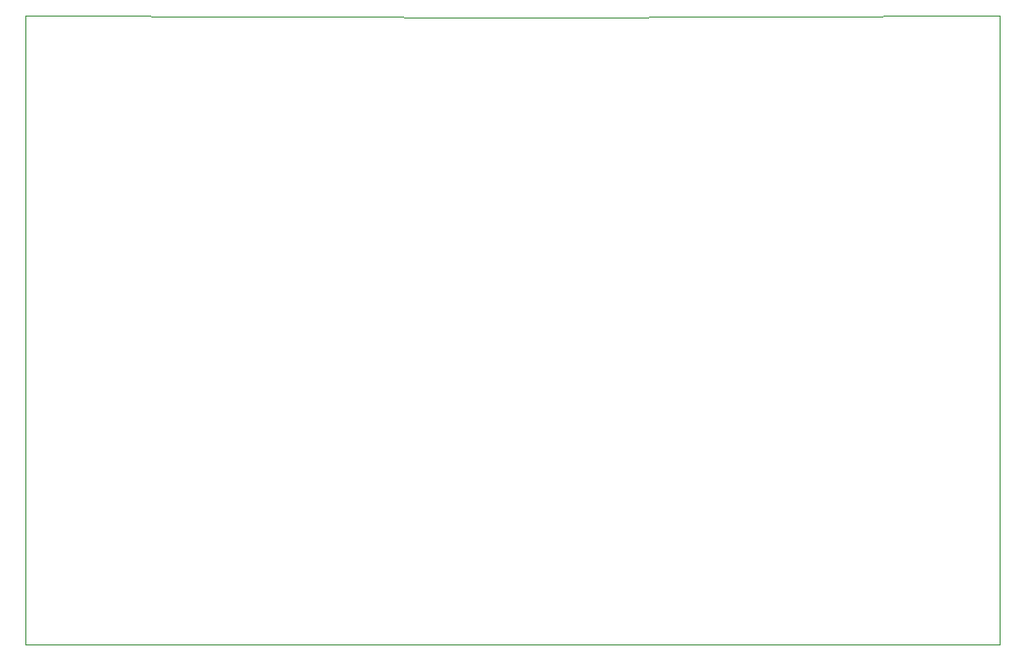
<source format=gbr>
%FSLAX34Y34*%
%MOMM*%
%LNOUTLINE*%
G71*
G01*
%ADD10C, 0.100*%
%LPD*%
G54D10*
X0Y1200D02*
X438600Y0D01*
X845000Y1200D01*
X845000Y-545000D01*
X0Y-545000D01*
X0Y1200D01*
M02*

</source>
